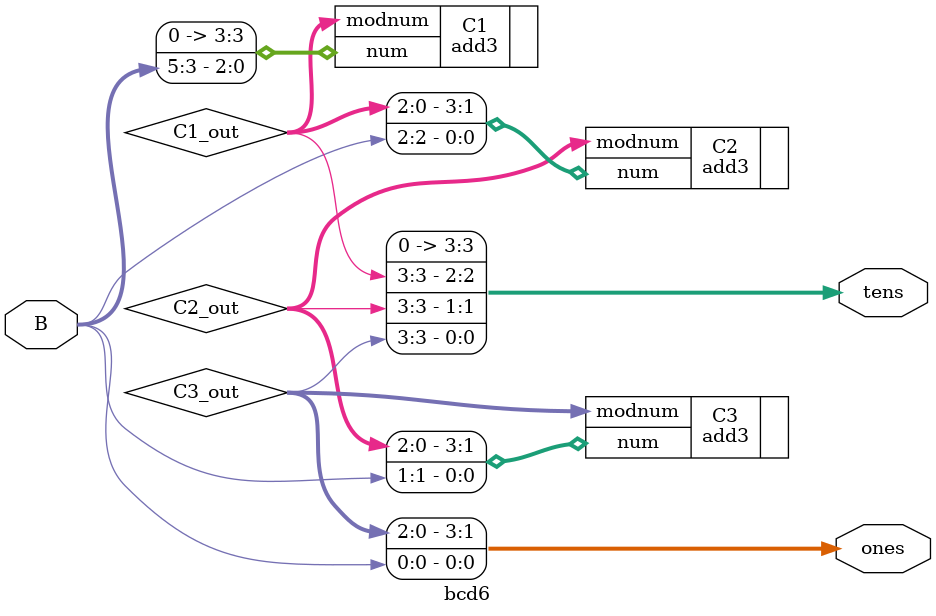
<source format=sv>
`timescale 1ns / 1ps


module bcd6(
    input [5:0] B,
    output [3:0] ones,
    output [3:0] tens
    );
    
    reg [3:0] C1_out;
    reg [3:0] C2_out;
    reg [3:0] C3_out;
    
    add3 C1 (
       .num({1'b0, B[5:3]}),
       .modnum(C1_out[3:0])
    );
   
    add3 C2 (
       .num({C1_out[2:0], B[2]}), 
       .modnum(C2_out[3:0])
    );
     
    add3 C3 (
       .num({C2_out[2:0], B[1]}),
       .modnum(C3_out[3:0])
    );  
    
    assign tens[3:0] = {1'b0, C1_out[3], C2_out[3], C3_out[3]};
    assign ones[3:0] = {C3_out[2:0], B[0]};
    
    
endmodule

</source>
